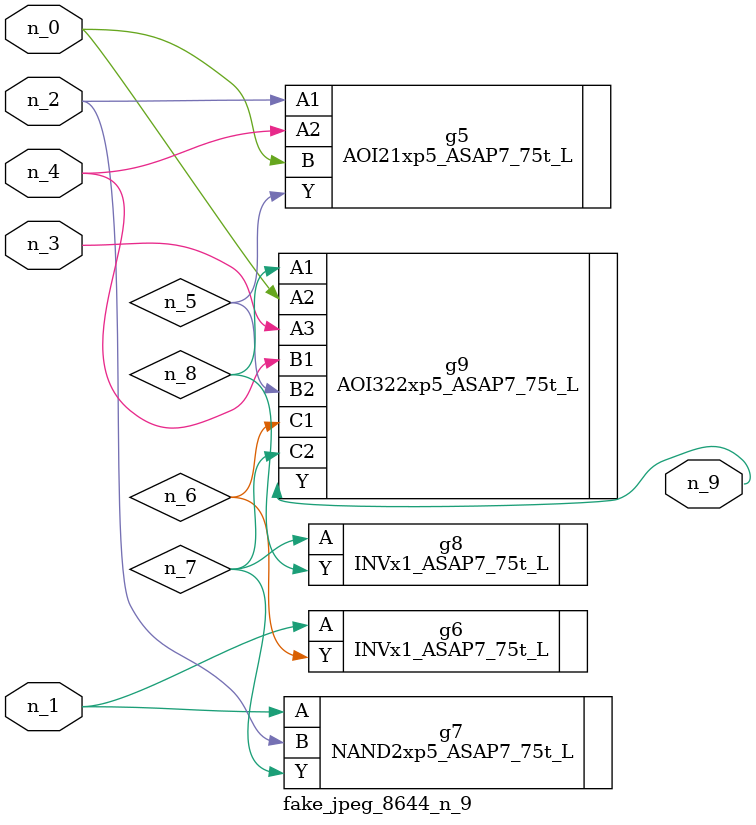
<source format=v>
module fake_jpeg_8644_n_9 (n_3, n_2, n_1, n_0, n_4, n_9);

input n_3;
input n_2;
input n_1;
input n_0;
input n_4;

output n_9;

wire n_8;
wire n_6;
wire n_5;
wire n_7;

AOI21xp5_ASAP7_75t_L g5 ( 
.A1(n_2),
.A2(n_4),
.B(n_0),
.Y(n_5)
);

INVx1_ASAP7_75t_L g6 ( 
.A(n_1),
.Y(n_6)
);

NAND2xp5_ASAP7_75t_L g7 ( 
.A(n_1),
.B(n_2),
.Y(n_7)
);

INVx1_ASAP7_75t_L g8 ( 
.A(n_7),
.Y(n_8)
);

AOI322xp5_ASAP7_75t_L g9 ( 
.A1(n_8),
.A2(n_0),
.A3(n_3),
.B1(n_4),
.B2(n_5),
.C1(n_6),
.C2(n_7),
.Y(n_9)
);


endmodule
</source>
